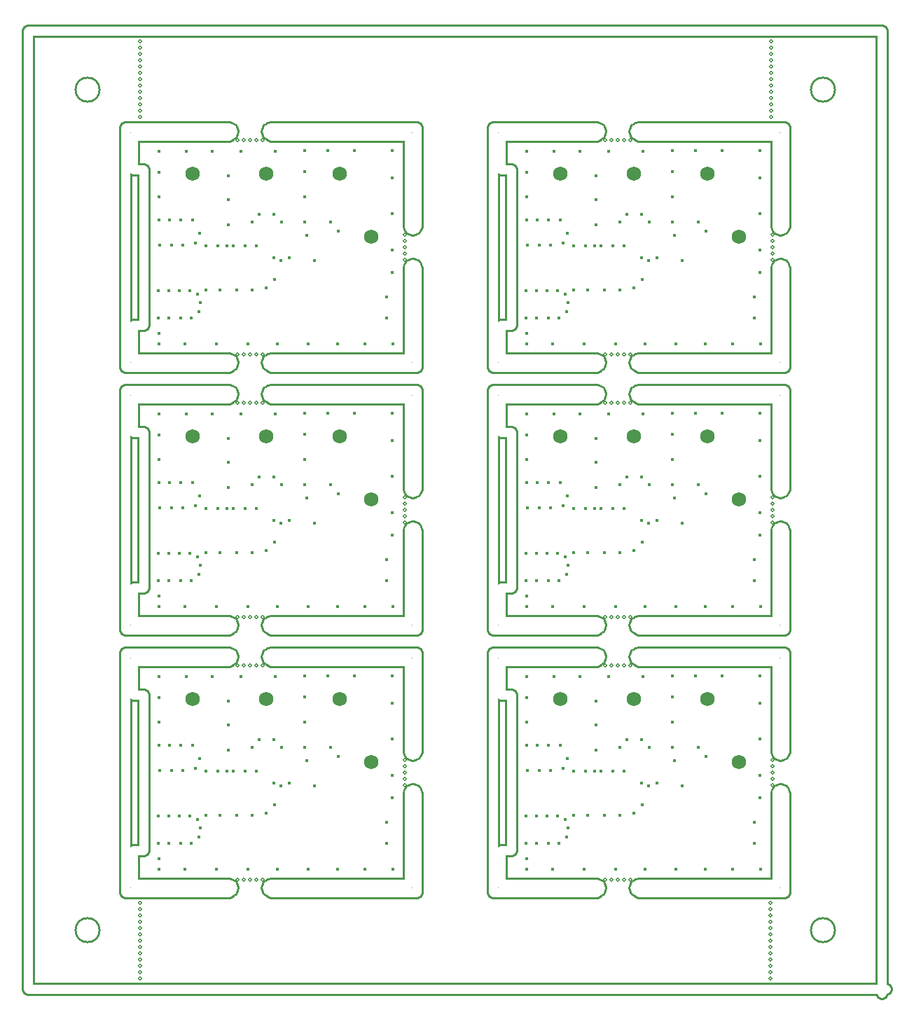
<source format=gbr>
*
%FSLAX26Y26*%
%MOIN*%
%ADD10C,0.014500*%
%ADD11C,0.068900*%
%ADD12C,0.020000X0.010000*%
%ADD13C,0.125000X0.105000*%
%ADD14C,0.062000*%
%ADD15C,0.042000*%
%IPPOS*%
%LNrout.fa.gbr*%
%LPD*%
G75*
G54D10*
X590000Y540000D03*
X715000D03*
X590000Y590000D03*
X587500Y662500D03*
X637500D03*
X693750D03*
X743750D03*
X781250Y693750D03*
X787500Y737500D03*
X775000Y775000D03*
X637500Y793750D03*
X587500D03*
X737500D03*
X687500D03*
X815000Y795000D03*
Y1005000D03*
X705000Y1010000D03*
X650000D03*
X595000D03*
X765000Y1020000D03*
X785000Y1065000D03*
X590000Y1130000D03*
X695000D03*
X640000D03*
X750000D03*
X590000Y1240000D03*
Y1355000D03*
Y1455000D03*
X720000D03*
X845000D03*
X980000D03*
X920000Y1340000D03*
Y1225000D03*
X1068750Y1156250D03*
X1035000Y1120000D03*
X920000Y1105000D03*
X1055000Y1005000D03*
X1000000D03*
X945000D03*
X870000D03*
X915000D03*
X880000Y795000D03*
X960000D03*
X1035000D03*
X865000Y540000D03*
X1015000D03*
X1155000D03*
X1300000D03*
X1100000Y805000D03*
X1140000Y845000D03*
X1172500Y935000D03*
X1331250Y937500D03*
X1209500Y949000D03*
X1137500Y950000D03*
X1293750Y1056250D03*
X1175000Y1118750D03*
X1285000Y1120000D03*
X1137500Y1156250D03*
X1285000Y1240000D03*
Y1360000D03*
X1145000Y1455000D03*
X1285000Y1460000D03*
X1395000D03*
X1520000D03*
X1406250Y1118750D03*
X1443750Y1075000D03*
X1440000Y540000D03*
X1570000D03*
X1705000D03*
X1675000Y662500D03*
Y762500D03*
X1700000Y880000D03*
Y985000D03*
Y1160000D03*
Y1330000D03*
Y1460000D03*
G54D11*
X750000Y1350000D03*
X1100000D03*
X1450000D03*
X1600000Y1050000D03*
G54D10*
X590000Y1790000D03*
X715000D03*
X590000Y1840000D03*
X587500Y1912500D03*
X637500D03*
X693750D03*
X743750D03*
X781250Y1943750D03*
X787500Y1987500D03*
X775000Y2025000D03*
X637500Y2043750D03*
X587500D03*
X737500D03*
X687500D03*
X815000Y2045000D03*
Y2255000D03*
X705000Y2260000D03*
X650000D03*
X595000D03*
X765000Y2270000D03*
X785000Y2315000D03*
X590000Y2380000D03*
X695000D03*
X640000D03*
X750000D03*
X590000Y2490000D03*
Y2605000D03*
Y2705000D03*
X720000D03*
X845000D03*
X980000D03*
X920000Y2590000D03*
Y2475000D03*
X1068750Y2406250D03*
X1035000Y2370000D03*
X920000Y2355000D03*
X1055000Y2255000D03*
X1000000D03*
X945000D03*
X870000D03*
X915000D03*
X880000Y2045000D03*
X960000D03*
X1035000D03*
X865000Y1790000D03*
X1015000D03*
X1155000D03*
X1300000D03*
X1100000Y2055000D03*
X1140000Y2095000D03*
X1172500Y2185000D03*
X1331250Y2187500D03*
X1209500Y2199000D03*
X1137500Y2200000D03*
X1293750Y2306250D03*
X1175000Y2368750D03*
X1285000Y2370000D03*
X1137500Y2406250D03*
X1285000Y2490000D03*
Y2610000D03*
X1145000Y2705000D03*
X1285000Y2710000D03*
X1395000D03*
X1520000D03*
X1406250Y2368750D03*
X1443750Y2325000D03*
X1440000Y1790000D03*
X1570000D03*
X1705000D03*
X1675000Y1912500D03*
Y2012500D03*
X1700000Y2130000D03*
Y2235000D03*
Y2410000D03*
Y2580000D03*
Y2710000D03*
G54D11*
X750000Y2600000D03*
X1100000D03*
X1450000D03*
X1600000Y2300000D03*
G54D10*
X590000Y3040000D03*
X715000D03*
X590000Y3090000D03*
X587500Y3162500D03*
X637500D03*
X693750D03*
X743750D03*
X781250Y3193750D03*
X787500Y3237500D03*
X775000Y3275000D03*
X637500Y3293750D03*
X587500D03*
X737500D03*
X687500D03*
X815000Y3295000D03*
Y3505000D03*
X705000Y3510000D03*
X650000D03*
X595000D03*
X765000Y3520000D03*
X785000Y3565000D03*
X590000Y3630000D03*
X695000D03*
X640000D03*
X750000D03*
X590000Y3740000D03*
Y3855000D03*
Y3955000D03*
X720000D03*
X845000D03*
X980000D03*
X920000Y3840000D03*
Y3725000D03*
X1068750Y3656250D03*
X1035000Y3620000D03*
X920000Y3605000D03*
X1055000Y3505000D03*
X1000000D03*
X945000D03*
X870000D03*
X915000D03*
X880000Y3295000D03*
X960000D03*
X1035000D03*
X865000Y3040000D03*
X1015000D03*
X1155000D03*
X1300000D03*
X1100000Y3305000D03*
X1140000Y3345000D03*
X1172500Y3435000D03*
X1331250Y3437500D03*
X1209500Y3449000D03*
X1137500Y3450000D03*
X1293750Y3556250D03*
X1175000Y3618750D03*
X1285000Y3620000D03*
X1137500Y3656250D03*
X1285000Y3740000D03*
Y3860000D03*
X1145000Y3955000D03*
X1285000Y3960000D03*
X1395000D03*
X1520000D03*
X1406250Y3618750D03*
X1443750Y3575000D03*
X1440000Y3040000D03*
X1570000D03*
X1705000D03*
X1675000Y3162500D03*
Y3262500D03*
X1700000Y3380000D03*
Y3485000D03*
Y3660000D03*
Y3830000D03*
Y3960000D03*
G54D11*
X750000Y3850000D03*
X1100000D03*
X1450000D03*
X1600000Y3550000D03*
G54D10*
X2340000Y540000D03*
X2465000D03*
X2340000Y590000D03*
X2337500Y662500D03*
X2387500D03*
X2443750D03*
X2493750D03*
X2531250Y693750D03*
X2537500Y737500D03*
X2525000Y775000D03*
X2387500Y793750D03*
X2337500D03*
X2487500D03*
X2437500D03*
X2565000Y795000D03*
Y1005000D03*
X2455000Y1010000D03*
X2400000D03*
X2345000D03*
X2515000Y1020000D03*
X2535000Y1065000D03*
X2340000Y1130000D03*
X2445000D03*
X2390000D03*
X2500000D03*
X2340000Y1240000D03*
Y1355000D03*
Y1455000D03*
X2470000D03*
X2595000D03*
X2730000D03*
X2670000Y1340000D03*
Y1225000D03*
X2818750Y1156250D03*
X2785000Y1120000D03*
X2670000Y1105000D03*
X2805000Y1005000D03*
X2750000D03*
X2695000D03*
X2620000D03*
X2665000D03*
X2630000Y795000D03*
X2710000D03*
X2785000D03*
X2615000Y540000D03*
X2765000D03*
X2905000D03*
X3050000D03*
X2850000Y805000D03*
X2890000Y845000D03*
X2922500Y935000D03*
X3081250Y937500D03*
X2959500Y949000D03*
X2887500Y950000D03*
X3043750Y1056250D03*
X2925000Y1118750D03*
X3035000Y1120000D03*
X2887500Y1156250D03*
X3035000Y1240000D03*
Y1360000D03*
X2895000Y1455000D03*
X3035000Y1460000D03*
X3145000D03*
X3270000D03*
X3156250Y1118750D03*
X3193750Y1075000D03*
X3190000Y540000D03*
X3320000D03*
X3455000D03*
X3425000Y662500D03*
Y762500D03*
X3450000Y880000D03*
Y985000D03*
Y1160000D03*
Y1330000D03*
Y1460000D03*
G54D11*
X2500000Y1350000D03*
X2850000D03*
X3200000D03*
X3350000Y1050000D03*
G54D10*
X2340000Y1790000D03*
X2465000D03*
X2340000Y1840000D03*
X2337500Y1912500D03*
X2387500D03*
X2443750D03*
X2493750D03*
X2531250Y1943750D03*
X2537500Y1987500D03*
X2525000Y2025000D03*
X2387500Y2043750D03*
X2337500D03*
X2487500D03*
X2437500D03*
X2565000Y2045000D03*
Y2255000D03*
X2455000Y2260000D03*
X2400000D03*
X2345000D03*
X2515000Y2270000D03*
X2535000Y2315000D03*
X2340000Y2380000D03*
X2445000D03*
X2390000D03*
X2500000D03*
X2340000Y2490000D03*
Y2605000D03*
Y2705000D03*
X2470000D03*
X2595000D03*
X2730000D03*
X2670000Y2590000D03*
Y2475000D03*
X2818750Y2406250D03*
X2785000Y2370000D03*
X2670000Y2355000D03*
X2805000Y2255000D03*
X2750000D03*
X2695000D03*
X2620000D03*
X2665000D03*
X2630000Y2045000D03*
X2710000D03*
X2785000D03*
X2615000Y1790000D03*
X2765000D03*
X2905000D03*
X3050000D03*
X2850000Y2055000D03*
X2890000Y2095000D03*
X2922500Y2185000D03*
X3081250Y2187500D03*
X2959500Y2199000D03*
X2887500Y2200000D03*
X3043750Y2306250D03*
X2925000Y2368750D03*
X3035000Y2370000D03*
X2887500Y2406250D03*
X3035000Y2490000D03*
Y2610000D03*
X2895000Y2705000D03*
X3035000Y2710000D03*
X3145000D03*
X3270000D03*
X3156250Y2368750D03*
X3193750Y2325000D03*
X3190000Y1790000D03*
X3320000D03*
X3455000D03*
X3425000Y1912500D03*
Y2012500D03*
X3450000Y2130000D03*
Y2235000D03*
Y2410000D03*
Y2580000D03*
Y2710000D03*
G54D11*
X2500000Y2600000D03*
X2850000D03*
X3200000D03*
X3350000Y2300000D03*
G54D10*
X2340000Y3040000D03*
X2465000D03*
X2340000Y3090000D03*
X2337500Y3162500D03*
X2387500D03*
X2443750D03*
X2493750D03*
X2531250Y3193750D03*
X2537500Y3237500D03*
X2525000Y3275000D03*
X2387500Y3293750D03*
X2337500D03*
X2487500D03*
X2437500D03*
X2565000Y3295000D03*
Y3505000D03*
X2455000Y3510000D03*
X2400000D03*
X2345000D03*
X2515000Y3520000D03*
X2535000Y3565000D03*
X2340000Y3630000D03*
X2445000D03*
X2390000D03*
X2500000D03*
X2340000Y3740000D03*
Y3855000D03*
Y3955000D03*
X2470000D03*
X2595000D03*
X2730000D03*
X2670000Y3840000D03*
Y3725000D03*
X2818750Y3656250D03*
X2785000Y3620000D03*
X2670000Y3605000D03*
X2805000Y3505000D03*
X2750000D03*
X2695000D03*
X2620000D03*
X2665000D03*
X2630000Y3295000D03*
X2710000D03*
X2785000D03*
X2615000Y3040000D03*
X2765000D03*
X2905000D03*
X3050000D03*
X2850000Y3305000D03*
X2890000Y3345000D03*
X2922500Y3435000D03*
X3081250Y3437500D03*
X2959500Y3449000D03*
X2887500Y3450000D03*
X3043750Y3556250D03*
X2925000Y3618750D03*
X3035000Y3620000D03*
X2887500Y3656250D03*
X3035000Y3740000D03*
Y3860000D03*
X2895000Y3955000D03*
X3035000Y3960000D03*
X3145000D03*
X3270000D03*
X3156250Y3618750D03*
X3193750Y3575000D03*
X3190000Y3040000D03*
X3320000D03*
X3455000D03*
X3425000Y3162500D03*
Y3262500D03*
X3450000Y3380000D03*
Y3485000D03*
Y3660000D03*
Y3830000D03*
Y3960000D03*
G54D11*
X2500000Y3850000D03*
X2850000D03*
X3200000D03*
X3350000Y3550000D03*
G54D12*
X1025000Y490000D03*
G54D12*
X995000D03*
G54D12*
X965000D03*
G54D12*
X1055000D03*
G54D12*
X1085000D03*
G54D12*
X1025000Y1510000D03*
G54D12*
X1055000D03*
G54D12*
X1085000D03*
G54D12*
X995000D03*
G54D12*
X965000D03*
X1760000Y1000000D03*
Y970000D03*
Y940000D03*
Y1030000D03*
Y1060000D03*
G54D12*
X1025000Y1740000D03*
G54D12*
X995000D03*
G54D12*
X965000D03*
G54D12*
X1055000D03*
G54D12*
X1085000D03*
G54D12*
X1025000Y2760000D03*
G54D12*
X1055000D03*
G54D12*
X1085000D03*
G54D12*
X995000D03*
G54D12*
X965000D03*
X1760000Y2250000D03*
Y2220000D03*
Y2190000D03*
Y2280000D03*
Y2310000D03*
G54D12*
X1025000Y2990000D03*
G54D12*
X995000D03*
G54D12*
X965000D03*
G54D12*
X1055000D03*
G54D12*
X1085000D03*
G54D12*
X1025000Y4010000D03*
G54D12*
X1055000D03*
G54D12*
X1085000D03*
G54D12*
X995000D03*
G54D12*
X965000D03*
X1760000Y3500000D03*
Y3470000D03*
Y3440000D03*
Y3530000D03*
Y3560000D03*
G54D12*
X2775000Y490000D03*
G54D12*
X2745000D03*
G54D12*
X2715000D03*
G54D12*
X2805000D03*
G54D12*
X2835000D03*
G54D12*
X2775000Y1510000D03*
G54D12*
X2805000D03*
G54D12*
X2835000D03*
G54D12*
X2745000D03*
G54D12*
X2715000D03*
X3510000Y1000000D03*
Y970000D03*
Y940000D03*
Y1030000D03*
Y1060000D03*
G54D12*
X2775000Y1740000D03*
G54D12*
X2745000D03*
G54D12*
X2715000D03*
G54D12*
X2805000D03*
G54D12*
X2835000D03*
G54D12*
X2775000Y2760000D03*
G54D12*
X2805000D03*
G54D12*
X2835000D03*
G54D12*
X2745000D03*
G54D12*
X2715000D03*
X3510000Y2250000D03*
Y2220000D03*
Y2190000D03*
Y2280000D03*
Y2310000D03*
G54D12*
X2775000Y2990000D03*
G54D12*
X2745000D03*
G54D12*
X2715000D03*
G54D12*
X2805000D03*
G54D12*
X2835000D03*
G54D12*
X2775000Y4010000D03*
G54D12*
X2805000D03*
G54D12*
X2835000D03*
G54D12*
X2745000D03*
G54D12*
X2715000D03*
X3510000Y3500000D03*
Y3470000D03*
Y3440000D03*
Y3530000D03*
Y3560000D03*
X500000Y380000D03*
Y350000D03*
Y320000D03*
Y290000D03*
Y260000D03*
Y230000D03*
Y200000D03*
Y170000D03*
Y140000D03*
Y110000D03*
Y80000D03*
Y50000D03*
Y20000D03*
Y4120000D03*
Y4150000D03*
Y4180000D03*
Y4210000D03*
Y4240000D03*
Y4270000D03*
Y4300000D03*
Y4330000D03*
Y4360000D03*
Y4390000D03*
Y4420000D03*
Y4450000D03*
Y4480000D03*
X3500000Y380000D03*
Y350000D03*
Y320000D03*
Y290000D03*
Y260000D03*
Y230000D03*
Y200000D03*
Y170000D03*
Y140000D03*
Y110000D03*
Y80000D03*
Y50000D03*
Y20000D03*
X3504896Y4120000D03*
Y4150000D03*
Y4180000D03*
Y4210000D03*
Y4240000D03*
Y4270000D03*
Y4300000D03*
Y4330000D03*
Y4360000D03*
Y4390000D03*
Y4420000D03*
Y4450000D03*
Y4480000D03*
G54D13*
X250000Y250000D03*
G54D13*
X3750000D03*
G54D13*
X250000Y4250000D03*
X3750000D03*
G54D14*
X469000Y630000D02*
Y469000D01*
X925000D01*
G02X925000Y431000I0J-19000D01*
G01X431000D01*
Y1569000D01*
X925000D01*
G02X925000Y1531000I0J-19000D01*
G01X469000D01*
Y1369000D01*
X519000D01*
Y631000D01*
X470000D01*
X1780000Y1531000D02*
X1125000D01*
G02X1125000Y1569000I0J19000D01*
G01X1819000D01*
Y1100000D01*
G02X1781000Y1100000I-19000J0D01*
G01Y1530000D01*
Y470000D02*
Y900000D01*
G02X1819000Y900000I19000J0D01*
G01Y431000D01*
X1125000D01*
G02X1125000Y469000I0J19000D01*
G01X1780000D01*
X469000Y1880000D02*
Y1719000D01*
X925000D01*
G02X925000Y1681000I0J-19000D01*
G01X431000D01*
Y2819000D01*
X925000D01*
G02X925000Y2781000I0J-19000D01*
G01X469000D01*
Y2619000D01*
X519000D01*
Y1881000D01*
X470000D01*
X1780000Y2781000D02*
X1125000D01*
G02X1125000Y2819000I0J19000D01*
G01X1819000D01*
Y2350000D01*
G02X1781000Y2350000I-19000J0D01*
G01Y2780000D01*
Y1720000D02*
Y2150000D01*
G02X1819000Y2150000I19000J0D01*
G01Y1681000D01*
X1125000D01*
G02X1125000Y1719000I0J19000D01*
G01X1780000D01*
X469000Y3130000D02*
Y2969000D01*
X925000D01*
G02X925000Y2931000I0J-19000D01*
G01X431000D01*
Y4069000D01*
X925000D01*
G02X925000Y4031000I0J-19000D01*
G01X469000D01*
Y3869000D01*
X519000D01*
Y3131000D01*
X470000D01*
X1780000Y4031000D02*
X1125000D01*
G02X1125000Y4069000I0J19000D01*
G01X1819000D01*
Y3600000D01*
G02X1781000Y3600000I-19000J0D01*
G01Y4030000D01*
Y2970000D02*
Y3400000D01*
G02X1819000Y3400000I19000J0D01*
G01Y2931000D01*
X1125000D01*
G02X1125000Y2969000I0J19000D01*
G01X1780000D01*
X2219000Y3130000D02*
Y2969000D01*
X2675000D01*
G02X2675000Y2931000I0J-19000D01*
G01X2181000D01*
Y4069000D01*
X2675000D01*
G02X2675000Y4031000I0J-19000D01*
G01X2219000D01*
Y3869000D01*
X2269000D01*
Y3131000D01*
X2220000D01*
X3530000Y4031000D02*
X2875000D01*
G02X2875000Y4069000I0J19000D01*
G01X3569000D01*
Y3600000D01*
G02X3531000Y3600000I-19000J0D01*
G01Y4030000D01*
Y2970000D02*
Y3400000D01*
G02X3569000Y3400000I19000J0D01*
G01Y2931000D01*
X2875000D01*
G02X2875000Y2969000I0J19000D01*
G01X3530000D01*
X2219000Y1880000D02*
Y1719000D01*
X2675000D01*
G02X2675000Y1681000I0J-19000D01*
G01X2181000D01*
Y2819000D01*
X2675000D01*
G02X2675000Y2781000I0J-19000D01*
G01X2219000D01*
Y2619000D01*
X2269000D01*
Y1881000D01*
X2220000D01*
X3530000Y2781000D02*
X2875000D01*
G02X2875000Y2819000I0J19000D01*
G01X3569000D01*
Y2350000D01*
G02X3531000Y2350000I-19000J0D01*
G01Y2780000D01*
Y1720000D02*
Y2150000D01*
G02X3569000Y2150000I19000J0D01*
G01Y1681000D01*
X2875000D01*
G02X2875000Y1719000I0J19000D01*
G01X3530000D01*
X2219000Y630000D02*
Y469000D01*
X2675000D01*
G02X2675000Y431000I0J-19000D01*
G01X2181000D01*
Y1569000D01*
X2675000D01*
G02X2675000Y1531000I0J-19000D01*
G01X2219000D01*
Y1369000D01*
X2269000D01*
Y631000D01*
X2220000D01*
X3530000Y1531000D02*
X2875000D01*
G02X2875000Y1569000I0J19000D01*
G01X3569000D01*
Y1100000D01*
G02X3531000Y1100000I-19000J0D01*
G01Y1530000D01*
Y470000D02*
Y900000D01*
G02X3569000Y900000I19000J0D01*
G01Y431000D01*
X2875000D01*
G02X2875000Y469000I0J19000D01*
G01X3530000D01*
X4050000Y-31000D02*
X-31000D01*
Y4531000D01*
X4031000D01*
Y-50000D01*
%LPC*%
G75*
X4031000Y-50000D02*
G54D15*
X469000Y630000D02*
Y469000D01*
X925000D01*
G02X925000Y431000I0J-19000D01*
G01X431000D01*
Y1569000D01*
X925000D01*
G02X925000Y1531000I0J-19000D01*
G01X469000D01*
Y1369000D01*
X519000D01*
Y631000D01*
X470000D01*
X1780000Y1531000D02*
X1125000D01*
G02X1125000Y1569000I0J19000D01*
G01X1819000D01*
Y1100000D01*
G02X1781000Y1100000I-19000J0D01*
G01Y1530000D01*
Y470000D02*
Y900000D01*
G02X1819000Y900000I19000J0D01*
G01Y431000D01*
X1125000D01*
G02X1125000Y469000I0J19000D01*
G01X1780000D01*
X469000Y1880000D02*
Y1719000D01*
X925000D01*
G02X925000Y1681000I0J-19000D01*
G01X431000D01*
Y2819000D01*
X925000D01*
G02X925000Y2781000I0J-19000D01*
G01X469000D01*
Y2619000D01*
X519000D01*
Y1881000D01*
X470000D01*
X1780000Y2781000D02*
X1125000D01*
G02X1125000Y2819000I0J19000D01*
G01X1819000D01*
Y2350000D01*
G02X1781000Y2350000I-19000J0D01*
G01Y2780000D01*
Y1720000D02*
Y2150000D01*
G02X1819000Y2150000I19000J0D01*
G01Y1681000D01*
X1125000D01*
G02X1125000Y1719000I0J19000D01*
G01X1780000D01*
X469000Y3130000D02*
Y2969000D01*
X925000D01*
G02X925000Y2931000I0J-19000D01*
G01X431000D01*
Y4069000D01*
X925000D01*
G02X925000Y4031000I0J-19000D01*
G01X469000D01*
Y3869000D01*
X519000D01*
Y3131000D01*
X470000D01*
X1780000Y4031000D02*
X1125000D01*
G02X1125000Y4069000I0J19000D01*
G01X1819000D01*
Y3600000D01*
G02X1781000Y3600000I-19000J0D01*
G01Y4030000D01*
Y2970000D02*
Y3400000D01*
G02X1819000Y3400000I19000J0D01*
G01Y2931000D01*
X1125000D01*
G02X1125000Y2969000I0J19000D01*
G01X1780000D01*
X2219000Y3130000D02*
Y2969000D01*
X2675000D01*
G02X2675000Y2931000I0J-19000D01*
G01X2181000D01*
Y4069000D01*
X2675000D01*
G02X2675000Y4031000I0J-19000D01*
G01X2219000D01*
Y3869000D01*
X2269000D01*
Y3131000D01*
X2220000D01*
X3530000Y4031000D02*
X2875000D01*
G02X2875000Y4069000I0J19000D01*
G01X3569000D01*
Y3600000D01*
G02X3531000Y3600000I-19000J0D01*
G01Y4030000D01*
Y2970000D02*
Y3400000D01*
G02X3569000Y3400000I19000J0D01*
G01Y2931000D01*
X2875000D01*
G02X2875000Y2969000I0J19000D01*
G01X3530000D01*
X2219000Y1880000D02*
Y1719000D01*
X2675000D01*
G02X2675000Y1681000I0J-19000D01*
G01X2181000D01*
Y2819000D01*
X2675000D01*
G02X2675000Y2781000I0J-19000D01*
G01X2219000D01*
Y2619000D01*
X2269000D01*
Y1881000D01*
X2220000D01*
X3530000Y2781000D02*
X2875000D01*
G02X2875000Y2819000I0J19000D01*
G01X3569000D01*
Y2350000D01*
G02X3531000Y2350000I-19000J0D01*
G01Y2780000D01*
Y1720000D02*
Y2150000D01*
G02X3569000Y2150000I19000J0D01*
G01Y1681000D01*
X2875000D01*
G02X2875000Y1719000I0J19000D01*
G01X3530000D01*
X2219000Y630000D02*
Y469000D01*
X2675000D01*
G02X2675000Y431000I0J-19000D01*
G01X2181000D01*
Y1569000D01*
X2675000D01*
G02X2675000Y1531000I0J-19000D01*
G01X2219000D01*
Y1369000D01*
X2269000D01*
Y631000D01*
X2220000D01*
X3530000Y1531000D02*
X2875000D01*
G02X2875000Y1569000I0J19000D01*
G01X3569000D01*
Y1100000D01*
G02X3531000Y1100000I-19000J0D01*
G01Y1530000D01*
Y470000D02*
Y900000D01*
G02X3569000Y900000I19000J0D01*
G01Y431000D01*
X2875000D01*
G02X2875000Y469000I0J19000D01*
G01X3530000D01*
X4050000Y-31000D02*
X-31000D01*
Y4531000D01*
X4031000D01*
Y-50000D01*
M02*

</source>
